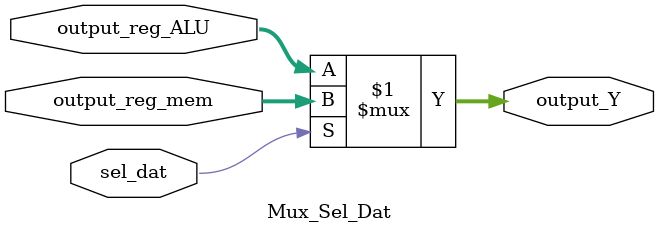
<source format=v>
`timescale 1ns / 1ps
module Mux_Sel_Dat(
    input [31:0] output_reg_ALU,
    input [31:0] output_reg_mem,
    input sel_dat,
    output [31:0] output_Y
    );
	 
	 assign output_Y = (sel_dat) ? output_reg_mem : output_reg_ALU;

endmodule

</source>
